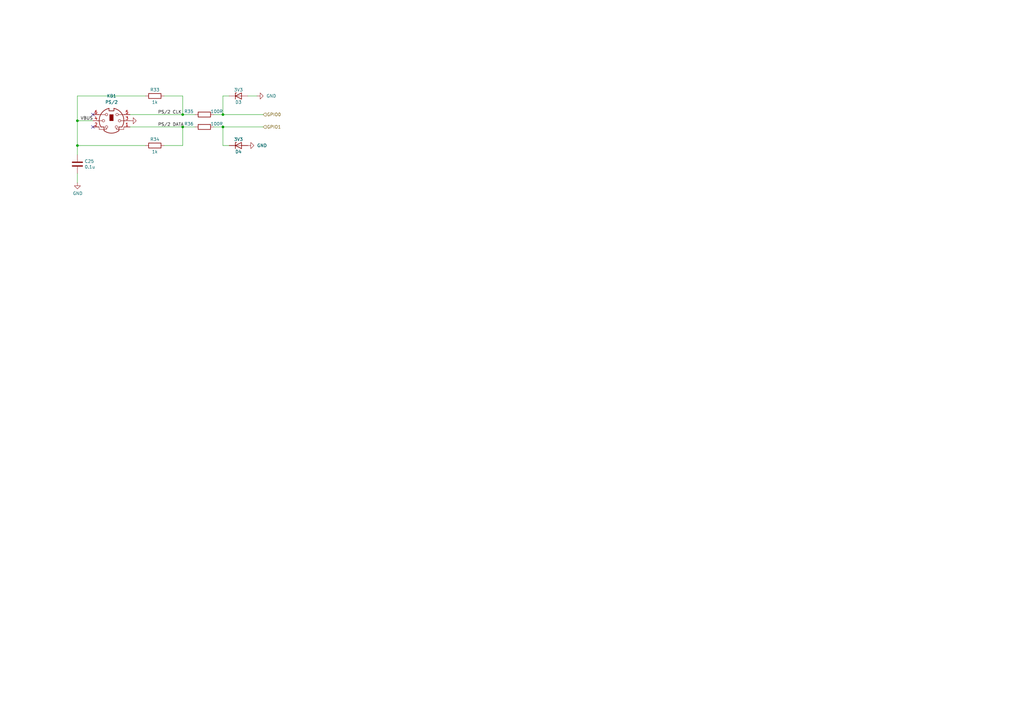
<source format=kicad_sch>
(kicad_sch (version 20231120) (generator "eeschema") (generator_version "8.0")
  (paper "A3")
  (title_block (title "Mini FRANK") (date "2024-11-13") (rev "1.2") (company "Mikhail Matveev") (comment 1 "https://github.com/xtremespb/minifrank"))
  (lib_symbols
    (symbol "Connector:Mini-DIN-6" (pin_names (offset 1.016))
      (property "Reference" "J" (at 0 6.35 0))
      (property "Value" "Mini-DIN-6" (at 0 -6.35 0))
      (symbol "Mini-DIN-6_0_1"
        (circle (center -3.302 0) (radius 0.508))
        (arc (start -3.048 -4.064) (mid 0 -5.08) (end 3.048 -4.064) (stroke (width 0.254)))
        (circle (center -2.032 -2.54) (radius 0.508))
        (circle (center -2.032 2.54) (radius 0.508))
        (arc (start -1.016 5.08) (mid -4.6228 2.1214) (end -4.318 -2.54) (stroke (width 0.254)))
        (rectangle (start -0.762 2.54) (end 0.762 0) (fill (type outline)))
        (polyline (pts (xy -3.81 0) (xy -5.08 0)))
        (polyline (pts (xy -2.54 2.54) (xy -5.08 2.54)))
        (polyline (pts (xy 2.794 2.54) (xy 5.08 2.54)))
        (polyline (pts (xy 5.08 0) (xy 3.81 0)))
        (polyline (pts (xy -4.318 -2.54) (xy -3.048 -2.54) (xy -3.048 -4.064)) (stroke (width 0.254)))
        (polyline (pts (xy 4.318 -2.54) (xy 3.048 -2.54) (xy 3.048 -4.064)) (stroke (width 0.254)))
        (polyline (pts (xy -2.032 -3.048) (xy -2.032 -3.556) (xy -5.08 -3.556) (xy -5.08 -2.54)))
        (polyline (pts (xy -1.016 5.08) (xy -1.016 4.064) (xy 1.016 4.064) (xy 1.016 5.08)) (stroke (width 0.254)))
        (polyline (pts (xy 2.032 -3.048) (xy 2.032 -3.556) (xy 5.08 -3.556) (xy 5.08 -2.54)))
        (circle (center 2.032 -2.54) (radius 0.508))
        (circle (center 2.286 2.54) (radius 0.508))
        (circle (center 3.302 0) (radius 0.508))
        (arc (start 4.318 -2.54) (mid 4.6661 2.1322) (end 1.016 5.08) (stroke (width 0.254)))
      )
      (symbol "Mini-DIN-6_1_1"
        (pin passive line (at 7.62 -2.54 180) (length 2.54) (name "~") (number "1"))
        (pin passive line (at -7.62 -2.54 0) (length 2.54) (name "~") (number "2"))
        (pin passive line (at 7.62 0 180) (length 2.54) (name "~") (number "3"))
        (pin passive line (at -7.62 0 0) (length 2.54) (name "~") (number "4"))
        (pin passive line (at 7.62 2.54 180) (length 2.54) (name "~") (number "5"))
        (pin passive line (at -7.62 2.54 0) (length 2.54) (name "~") (number "6"))
      )
    )
    (symbol "Device:C" (pin_numbers hide) (pin_names (offset 0.254))
      (property "Reference" "C" (at 0.635 2.54 0))
      (property "Value" "C" (at 0.635 -2.54 0))
      (symbol "C_0_1"
        (polyline (pts (xy -2.032 -0.762) (xy 2.032 -0.762)) (stroke (width 0.508)))
        (polyline (pts (xy -2.032 0.762) (xy 2.032 0.762)) (stroke (width 0.508)))
      )
      (symbol "C_1_1"
        (pin passive line (at 0 3.81 270) (length 2.794) (name "~") (number "1"))
        (pin passive line (at 0 -3.81 90) (length 2.794) (name "~") (number "2"))
      )
    )
    (symbol "Device:D_Zener" (pin_numbers hide) (pin_names (offset 1.016) hide)
      (property "Reference" "D" (at 0 2.54 0))
      (property "Value" "D_Zener" (at 0 -2.54 0))
      (symbol "D_Zener_0_1"
        (polyline (pts (xy 1.27 0) (xy -1.27 0)))
        (polyline (pts (xy -1.27 -1.27) (xy -1.27 1.27) (xy -0.762 1.27)) (stroke (width 0.254)))
        (polyline (pts (xy 1.27 -1.27) (xy 1.27 1.27) (xy -1.27 0) (xy 1.27 -1.27)) (stroke (width 0.254)))
      )
      (symbol "D_Zener_1_1"
        (pin passive line (at -3.81 0 0) (length 2.54) (name "K") (number "1"))
        (pin passive line (at 3.81 0 180) (length 2.54) (name "A") (number "2"))
      )
    )
    (symbol "Device:R" (pin_numbers hide) (pin_names (offset 0))
      (property "Reference" "R" (at 2.032 0 90))
      (property "Value" "R" (at 0 0 90))
      (symbol "R_0_1"
        (rectangle (start -1.016 -2.54) (end 1.016 2.54) (stroke (width 0.254)))
      )
      (symbol "R_1_1"
        (pin passive line (at 0 3.81 270) (length 1.27) (name "~") (number "1"))
        (pin passive line (at 0 -3.81 90) (length 1.27) (name "~") (number "2"))
      )
    )
    (symbol "power:GND" (power) (pin_names (offset 0))
      (property "Value" "GND" (at 0 -3.81 0))
      (symbol "GND_0_1"
        (polyline (pts (xy 0 0) (xy 0 -1.27) (xy 1.27 -1.27) (xy 0 -2.54) (xy -1.27 -1.27) (xy 0 -1.27)))
      )
      (symbol "GND_1_1"
        (pin power_in line (at 0 0 270) (length 0) hide (name "GND") (number "1"))
      )
    )
  )
  (junction (at 91.44 52.07))
  (junction (at 74.93 46.99))
  (junction (at 31.75 49.53))
  (junction (at 91.44 46.99))
  (junction (at 31.75 59.69))
  (junction (at 74.93 52.07))
  (no_connect (at 38.1 52.07))
  (no_connect (at 38.1 46.99))
  (wire (pts (xy 74.93 52.07) (xy 80.01 52.07)))
  (wire (pts (xy 74.93 46.99) (xy 80.01 46.99)))
  (wire (pts (xy 59.69 59.69) (xy 31.75 59.69)))
  (wire (pts (xy 31.75 59.69) (xy 31.75 63.5)))
  (wire (pts (xy 31.75 39.37) (xy 31.75 49.53)))
  (wire (pts (xy 101.6 39.37) (xy 105.41 39.37)))
  (wire (pts (xy 91.44 52.07) (xy 87.63 52.07)))
  (wire (pts (xy 91.44 59.69) (xy 91.44 52.07)))
  (wire (pts (xy 91.44 52.07) (xy 107.95 52.07)))
  (wire (pts (xy 31.75 59.69) (xy 31.75 49.53)))
  (wire (pts (xy 59.69 39.37) (xy 31.75 39.37)))
  (wire (pts (xy 93.98 59.69) (xy 91.44 59.69)))
  (wire (pts (xy 93.98 39.37) (xy 91.44 39.37)))
  (wire (pts (xy 53.34 52.07) (xy 74.93 52.07)))
  (wire (pts (xy 91.44 46.99) (xy 107.95 46.99)))
  (wire (pts (xy 91.44 39.37) (xy 91.44 46.99)))
  (wire (pts (xy 31.75 49.53) (xy 38.1 49.53)))
  (wire (pts (xy 67.31 59.69) (xy 74.93 59.69)))
  (wire (pts (xy 74.93 39.37) (xy 74.93 46.99)))
  (wire (pts (xy 53.34 46.99) (xy 74.93 46.99)))
  (wire (pts (xy 67.31 39.37) (xy 74.93 39.37)))
  (wire (pts (xy 74.93 59.69) (xy 74.93 52.07)))
  (wire (pts (xy 31.75 71.12) (xy 31.75 74.93)))
  (wire (pts (xy 91.44 46.99) (xy 87.63 46.99)))
  (label "PS{slash}2 DATA" (at 64.77 52.07 0))
  (label "PS{slash}2 CLK" (at 64.77 46.99 0))
  (label "VBUS" (at 33.02 49.53 0))
  (hierarchical_label "GPIO1" (shape input) (at 107.95 52.07 0))
  (hierarchical_label "GPIO0" (shape input) (at 107.95 46.99 0))
  (symbol (lib_id "power:GND") (at 101.6 59.69 90) (unit 1)
    (property "Reference" "#PWR044" (effects (hide yes)))
    (property "Value" "GND" (at 105.41 59.6899 90) (effects (justify right)))
  )
  (symbol (lib_id "Device:D_Zener") (at 97.79 59.69 0) (unit 1)
    (property "Reference" "D4" (at 97.79 62.23 0))
    (property "Value" "3V3" (at 97.79 57.15 0))
    (property "Footprint" "LIBS:R_0805_PLUS" (effects (hide yes)))
  )
  (symbol (lib_id "power:GND") (at 31.75 74.93 0) (unit 1)
    (property "Reference" "#PWR042" (effects (hide yes)))
    (property "Value" "GND" (at 31.877 79.3242 0))
  )
  (symbol (lib_id "Device:R") (at 83.82 52.07 90) (unit 1)
    (property "Reference" "R36" (at 77.47 50.8 90))
    (property "Value" "100R" (at 88.9 50.8 90))
    (property "Footprint" "Resistor_SMD:R_0805_2012Metric_Pad1.20x1.40mm_HandSolder" (effects (hide yes)))
  )
  (symbol (lib_id "Device:R") (at 83.82 46.99 90) (unit 1)
    (property "Reference" "R35" (at 77.47 45.72 90))
    (property "Value" "100R" (at 88.9 45.72 90))
    (property "Footprint" "Resistor_SMD:R_0805_2012Metric_Pad1.20x1.40mm_HandSolder" (effects (hide yes)))
  )
  (symbol (lib_id "power:GND") (at 105.41 39.37 90) (unit 1)
    (property "Reference" "#PWR045" (effects (hide yes)))
    (property "Value" "GND" (at 109.22 39.3699 90) (effects (justify right)))
  )
  (symbol (lib_id "Device:R") (at 63.5 59.69 90) (unit 1)
    (property "Reference" "R34" (at 63.5 57.15 90))
    (property "Value" "1k" (at 63.5 62.23 90))
    (property "Footprint" "Resistor_SMD:R_0805_2012Metric_Pad1.20x1.40mm_HandSolder" (effects (hide yes)))
  )
  (symbol (lib_id "Device:R") (at 63.5 39.37 90) (unit 1)
    (property "Reference" "R33" (at 63.5 36.83 90))
    (property "Value" "1k" (at 63.5 41.91 90))
    (property "Footprint" "Resistor_SMD:R_0805_2012Metric_Pad1.20x1.40mm_HandSolder" (effects (hide yes)))
  )
  (symbol (lib_id "Connector:Mini-DIN-6") (at 45.72 49.53 0) (unit 1)
    (property "Reference" "KB1" (at 45.7377 39.37 0))
    (property "Value" "PS/2" (at 45.7377 41.91 0))
    (property "Footprint" "LIBS:Connector_Mini-DIN_Female_6Pin_2rows" (effects (hide yes)))
    (property "Datasheet" "http://service.powerdynamics.com/ec/Catalog17/Section%2011.pdf" (effects (hide yes)))
  )
  (symbol (lib_id "power:GND") (at 53.34 49.53 90) (unit 1)
    (property "Reference" "#PWR043" (effects (hide yes)))
    (property "Value" "GND" (effects (hide yes)))
  )
  (symbol (lib_id "Device:D_Zener") (at 97.79 39.37 0) (unit 1)
    (property "Reference" "D3" (at 97.79 41.91 0))
    (property "Value" "3V3" (at 97.79 36.83 0))
    (property "Footprint" "LIBS:R_0805_PLUS" (effects (hide yes)))
  )
  (symbol (lib_id "Device:C") (at 31.75 67.31 0) (unit 1)
    (property "Reference" "C25" (at 34.671 66.1416 0) (effects (justify left)))
    (property "Value" "0.1u" (at 34.671 68.453 0) (effects (justify left)))
    (property "Footprint" "Capacitor_SMD:C_0805_2012Metric_Pad1.18x1.45mm_HandSolder" (effects (hide yes)))
  )
)
</source>
